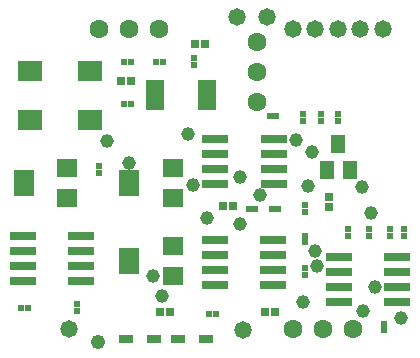
<source format=gts>
G04 Layer_Color=8388736*
%FSLAX24Y24*%
%MOIN*%
G70*
G01*
G75*
%ADD31R,0.0860X0.0290*%
%ADD32R,0.0788X0.0709*%
%ADD33R,0.0222X0.0214*%
%ADD34R,0.0293X0.0316*%
%ADD35R,0.0710X0.0592*%
%ADD36R,0.0710X0.0867*%
%ADD37R,0.0214X0.0222*%
%ADD38R,0.0600X0.0190*%
%ADD39R,0.0316X0.0293*%
%ADD40R,0.0474X0.0631*%
%ADD41R,0.0489X0.0261*%
%ADD42C,0.0630*%
%ADD43C,0.0580*%
%ADD44C,0.0460*%
%ADD45C,0.0480*%
D31*
X-3250Y3650D02*
D03*
Y3150D02*
D03*
Y2650D02*
D03*
Y2150D02*
D03*
X-1310D02*
D03*
Y2650D02*
D03*
Y3150D02*
D03*
Y3650D02*
D03*
X-5440Y7580D02*
D03*
Y7080D02*
D03*
Y6580D02*
D03*
Y6080D02*
D03*
X-7380D02*
D03*
Y6580D02*
D03*
Y7080D02*
D03*
Y7580D02*
D03*
X-5453Y4200D02*
D03*
Y3700D02*
D03*
Y3200D02*
D03*
Y2700D02*
D03*
X-7393D02*
D03*
Y3200D02*
D03*
Y3700D02*
D03*
Y4200D02*
D03*
X-11853Y4350D02*
D03*
Y3850D02*
D03*
Y3350D02*
D03*
Y2850D02*
D03*
X-13793D02*
D03*
Y3350D02*
D03*
Y3850D02*
D03*
Y4350D02*
D03*
D32*
X-13550Y9850D02*
D03*
X-11550Y8197D02*
D03*
Y9850D02*
D03*
X-13550Y8197D02*
D03*
D33*
X-8100Y10050D02*
D03*
Y10270D02*
D03*
X-2250Y4570D02*
D03*
Y4350D02*
D03*
X-1750Y1420D02*
D03*
Y1200D02*
D03*
X-4450Y8180D02*
D03*
Y8400D02*
D03*
X-11243Y6670D02*
D03*
Y6450D02*
D03*
X-3293Y8400D02*
D03*
Y8180D02*
D03*
X-3850D02*
D03*
Y8400D02*
D03*
X-12000Y1850D02*
D03*
Y2070D02*
D03*
X-4393Y4350D02*
D03*
Y4130D02*
D03*
Y5150D02*
D03*
Y5370D02*
D03*
X-1100Y4570D02*
D03*
Y4350D02*
D03*
X-4393Y3270D02*
D03*
Y3050D02*
D03*
X-2950Y4350D02*
D03*
Y4570D02*
D03*
X-1550Y4350D02*
D03*
Y4570D02*
D03*
D34*
X-8069Y10750D02*
D03*
X-7731D02*
D03*
X-6800Y5350D02*
D03*
X-7139D02*
D03*
X-10181Y9500D02*
D03*
X-10519D02*
D03*
X-8874Y1800D02*
D03*
X-9213D02*
D03*
X-5739D02*
D03*
X-5400D02*
D03*
D35*
X-8793Y3000D02*
D03*
Y4000D02*
D03*
X-8787Y5600D02*
D03*
Y6600D02*
D03*
X-12315Y5600D02*
D03*
Y6600D02*
D03*
D36*
X-10250Y3500D02*
D03*
X-10243Y6100D02*
D03*
X-13772D02*
D03*
D37*
X-5280Y5250D02*
D03*
X-5500D02*
D03*
X-10200Y8750D02*
D03*
X-10420D02*
D03*
X-7593Y1750D02*
D03*
X-7373D02*
D03*
X-10200Y10150D02*
D03*
X-10420D02*
D03*
X-5570Y8350D02*
D03*
X-5350D02*
D03*
X-9130Y10150D02*
D03*
X-9350D02*
D03*
X-6270Y5250D02*
D03*
X-6050D02*
D03*
X-13850Y1950D02*
D03*
X-13630D02*
D03*
D38*
X-7668Y9444D02*
D03*
Y9247D02*
D03*
Y9050D02*
D03*
Y8853D02*
D03*
Y8656D02*
D03*
X-9400D02*
D03*
Y8853D02*
D03*
Y9050D02*
D03*
Y9247D02*
D03*
Y9444D02*
D03*
D39*
X-3600Y5311D02*
D03*
Y5650D02*
D03*
D40*
X-3648Y6550D02*
D03*
X-2900D02*
D03*
X-3274Y7416D02*
D03*
D41*
X-10368Y900D02*
D03*
X-9431D02*
D03*
X-7700D02*
D03*
X-8637D02*
D03*
D42*
X-2800Y1250D02*
D03*
X-4800D02*
D03*
X-3800D02*
D03*
X-6000Y9800D02*
D03*
X-11250Y11250D02*
D03*
X-10250D02*
D03*
X-6000Y10800D02*
D03*
Y8800D02*
D03*
X-9250Y11250D02*
D03*
D43*
X-6650Y11650D02*
D03*
X-6450Y1200D02*
D03*
X-5650Y11650D02*
D03*
X-4800Y11250D02*
D03*
X-4050D02*
D03*
X-12250Y1250D02*
D03*
X-2550Y11250D02*
D03*
X-3300D02*
D03*
X-1800D02*
D03*
D44*
X-2450Y1850D02*
D03*
X-2050Y2650D02*
D03*
X-1200Y1600D02*
D03*
X-2200Y5100D02*
D03*
X-11000Y7500D02*
D03*
X-7650Y4950D02*
D03*
X-9450Y3000D02*
D03*
X-2480Y5960D02*
D03*
X-4150Y7150D02*
D03*
X-4300Y6000D02*
D03*
X-8300Y7750D02*
D03*
X-4450Y2150D02*
D03*
X-6550Y6300D02*
D03*
X-5890Y5700D02*
D03*
X-4050Y3850D02*
D03*
X-4000Y3350D02*
D03*
X-9145Y2345D02*
D03*
X-10243Y6760D02*
D03*
X-8140Y6050D02*
D03*
X-4690Y7550D02*
D03*
X-6550Y4750D02*
D03*
D45*
X-11300Y800D02*
D03*
M02*

</source>
